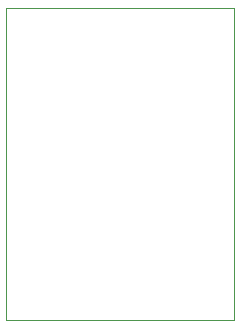
<source format=gbr>
G04 #@! TF.GenerationSoftware,KiCad,Pcbnew,(5.1.5)-3*
G04 #@! TF.CreationDate,2020-12-21T12:43:05+01:00*
G04 #@! TF.ProjectId,epimetheus_vl53l0x,6570696d-6574-4686-9575-735f766c3533,rev?*
G04 #@! TF.SameCoordinates,Original*
G04 #@! TF.FileFunction,Profile,NP*
%FSLAX46Y46*%
G04 Gerber Fmt 4.6, Leading zero omitted, Abs format (unit mm)*
G04 Created by KiCad (PCBNEW (5.1.5)-3) date 2020-12-21 12:43:05*
%MOMM*%
%LPD*%
G04 APERTURE LIST*
%ADD10C,0.050000*%
G04 APERTURE END LIST*
D10*
X181102000Y-44958000D02*
X181102000Y-18542000D01*
X161798000Y-44958000D02*
X181102000Y-44958000D01*
X161798000Y-18542000D02*
X161798000Y-44958000D01*
X181102000Y-18542000D02*
X161798000Y-18542000D01*
M02*

</source>
